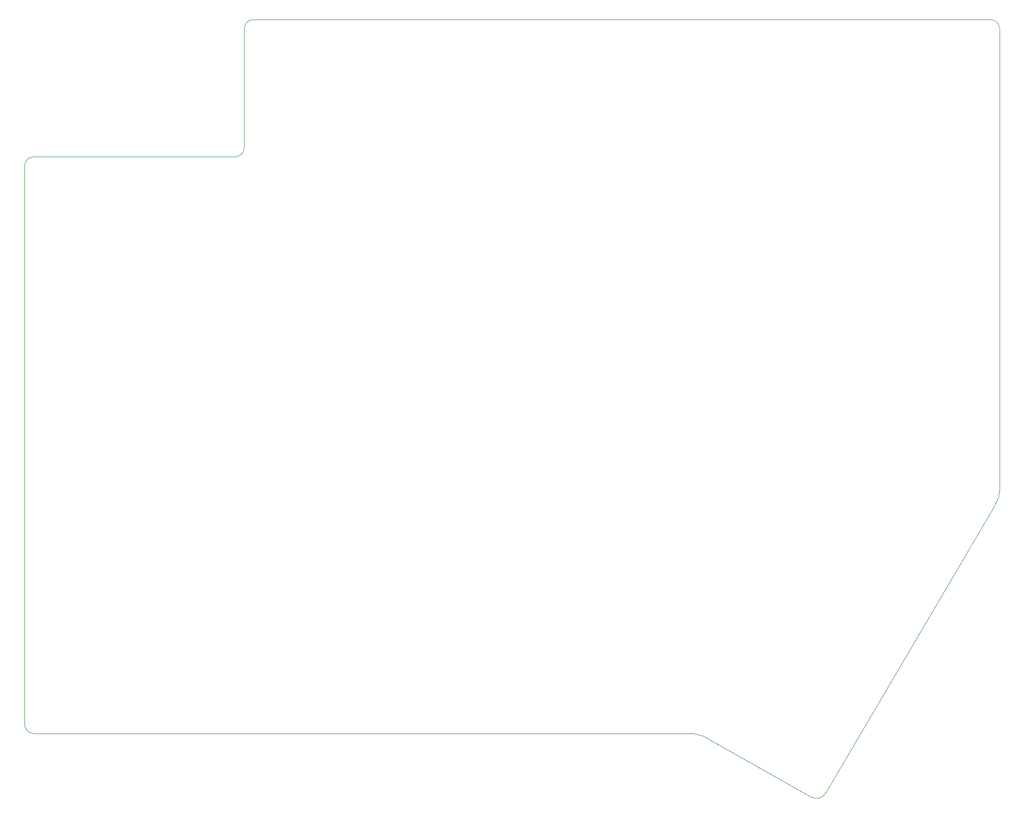
<source format=gm1>
G04 #@! TF.GenerationSoftware,KiCad,Pcbnew,5.1.10*
G04 #@! TF.CreationDate,2021-07-25T23:09:34-04:00*
G04 #@! TF.ProjectId,v04_left,7630345f-6c65-4667-942e-6b696361645f,rev?*
G04 #@! TF.SameCoordinates,Original*
G04 #@! TF.FileFunction,Profile,NP*
%FSLAX46Y46*%
G04 Gerber Fmt 4.6, Leading zero omitted, Abs format (unit mm)*
G04 Created by KiCad (PCBNEW 5.1.10) date 2021-07-25 23:09:34*
%MOMM*%
%LPD*%
G01*
G04 APERTURE LIST*
G04 #@! TA.AperFunction,Profile*
%ADD10C,0.050000*%
G04 #@! TD*
G04 APERTURE END LIST*
D10*
X3968750Y-4762374D02*
G75*
G02*
X5556250Y-6370000I0J-1587626D01*
G01*
X5556250Y-86516665D02*
G75*
G02*
X4762501Y-88900000I-3968749J-2085D01*
G01*
X-47999917Y-128586792D02*
G75*
G02*
X-46864111Y-128784657I-1212583J-10319458D01*
G01*
X-46864110Y-128784656D02*
G75*
G02*
X-45243751Y-129381251I-760890J-4565344D01*
G01*
X-24606250Y-138906249D02*
G75*
G02*
X-26987499Y-139699999I-1587500J793749D01*
G01*
X-161925000Y-128587500D02*
G75*
G02*
X-163512500Y-127000000I0J1587500D01*
G01*
X-163512500Y-30162500D02*
G75*
G02*
X-161925000Y-28575000I1587500J0D01*
G01*
X-125412500Y-26987500D02*
G75*
G02*
X-127000000Y-28575000I-1587500J0D01*
G01*
X-125412500Y-6350000D02*
G75*
G02*
X-123825000Y-4762500I1587500J0D01*
G01*
X5556250Y-6370000D02*
X5556250Y-86518750D01*
X-163512500Y-127000000D02*
X-163512500Y-30162500D01*
X-48000000Y-128587500D02*
X-161925000Y-128587500D01*
X-26987499Y-139699999D02*
X-45243750Y-129381250D01*
X4762501Y-88900000D02*
X-24606250Y-138906250D01*
X-123825000Y-4762500D02*
X3968750Y-4762374D01*
X-125412500Y-26987500D02*
X-125412500Y-6350000D01*
X-161925000Y-28575000D02*
X-127000000Y-28575000D01*
M02*

</source>
